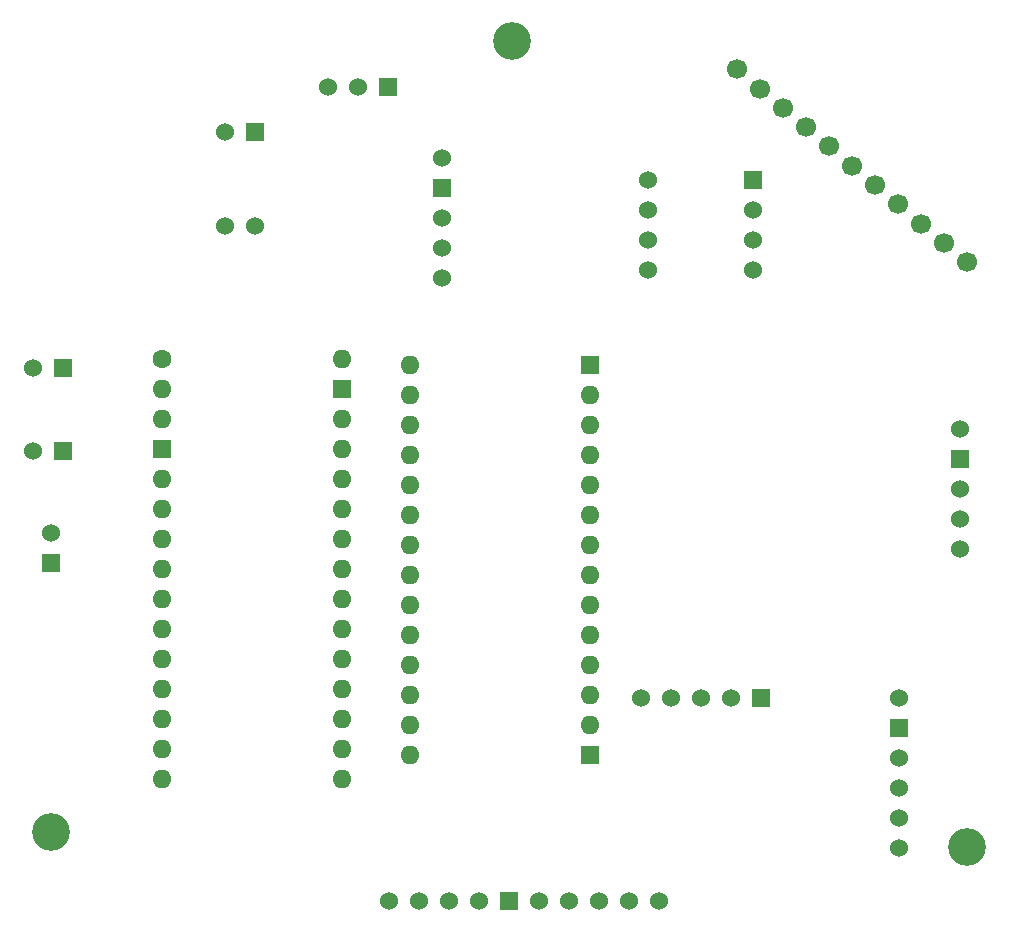
<source format=gbr>
%TF.GenerationSoftware,KiCad,Pcbnew,(6.0.5)*%
%TF.CreationDate,2022-07-12T02:11:44+09:00*%
%TF.ProjectId,sc11bbm,73633131-6262-46d2-9e6b-696361645f70,rev?*%
%TF.SameCoordinates,PXca2b5f1PY459e440*%
%TF.FileFunction,Soldermask,Bot*%
%TF.FilePolarity,Negative*%
%FSLAX46Y46*%
G04 Gerber Fmt 4.6, Leading zero omitted, Abs format (unit mm)*
G04 Created by KiCad (PCBNEW (6.0.5)) date 2022-07-12 02:11:44*
%MOMM*%
%LPD*%
G01*
G04 APERTURE LIST*
G04 Aperture macros list*
%AMHorizOval*
0 Thick line with rounded ends*
0 $1 width*
0 $2 $3 position (X,Y) of the first rounded end (center of the circle)*
0 $4 $5 position (X,Y) of the second rounded end (center of the circle)*
0 Add line between two ends*
20,1,$1,$2,$3,$4,$5,0*
0 Add two circle primitives to create the rounded ends*
1,1,$1,$2,$3*
1,1,$1,$4,$5*%
G04 Aperture macros list end*
%ADD10C,1.524000*%
%ADD11R,1.524000X1.524000*%
%ADD12C,1.700000*%
%ADD13HorizOval,1.700000X0.000000X0.000000X0.000000X0.000000X0*%
%ADD14C,3.200000*%
%ADD15C,1.600000*%
%ADD16O,1.600000X1.600000*%
%ADD17R,1.600000X1.600000*%
G04 APERTURE END LIST*
D10*
%TO.C,U9*%
X12439999Y-27840000D03*
X9899999Y-27840000D03*
X7359999Y-27840000D03*
X4819999Y-27840000D03*
X2279999Y-27840000D03*
D11*
X-260001Y-27840000D03*
D10*
X-2800001Y-27840000D03*
X-5340001Y-27840000D03*
X-7880001Y-27840000D03*
X-10420001Y-27840000D03*
%TD*%
D12*
%TO.C,REF\u002A\u002A*%
X19073235Y42555402D03*
D13*
X21018988Y40922721D03*
X22964741Y39290041D03*
X24910494Y37657360D03*
X26856247Y36024680D03*
X28801999Y34391999D03*
X30747752Y32759319D03*
X32693505Y31126638D03*
X34639258Y29493958D03*
X36585011Y27861277D03*
X38530764Y26228597D03*
%TD*%
D14*
%TO.C,M3*%
X47899Y44992400D03*
%TD*%
D10*
%TO.C,RV1*%
X-24260001Y29270000D03*
X-21720001Y29270000D03*
%TD*%
%TO.C,BT1*%
X-38990001Y3270000D03*
D11*
X-38990001Y730000D03*
%TD*%
D15*
%TO.C,A1*%
X-29600001Y18050000D03*
D16*
X-29600001Y15510000D03*
X-29600001Y12970000D03*
D17*
X-29600001Y10430000D03*
D16*
X-29600001Y7890000D03*
X-29600001Y5350000D03*
X-29600001Y2810000D03*
X-29600001Y270000D03*
X-29600001Y-2270000D03*
X-29600001Y-4810000D03*
X-29600001Y-7350000D03*
X-29600001Y-9890000D03*
X-29600001Y-12430000D03*
X-29600001Y-14970000D03*
X-29600001Y-17510000D03*
X-14360001Y-17510000D03*
X-14360001Y-14970000D03*
X-14360001Y-12430000D03*
X-14360001Y-9890000D03*
X-14360001Y-7350000D03*
X-14360001Y-4810000D03*
X-14360001Y-2270000D03*
X-14360001Y270000D03*
X-14360001Y2810000D03*
X-14360001Y5350000D03*
X-14360001Y7890000D03*
X-14360001Y10430000D03*
X-14360001Y12970000D03*
D17*
X-14360001Y15510000D03*
D16*
X-14360001Y18050000D03*
%TD*%
D10*
%TO.C,U2*%
X-40530001Y10270000D03*
D11*
X-37990001Y10270000D03*
%TD*%
D17*
%TO.C,U6*%
X6634999Y-15500000D03*
D16*
X6634999Y-12960000D03*
X6634999Y-10420000D03*
X6634999Y-7880000D03*
X6634999Y-5340000D03*
X6634999Y-2800000D03*
X6634999Y-260000D03*
X6634999Y2280000D03*
X6634999Y4820000D03*
X6634999Y7360000D03*
X6634999Y9900000D03*
X6634999Y12440000D03*
X6634999Y14980000D03*
D17*
X6634999Y17520000D03*
D16*
X-8605001Y17520000D03*
X-8605001Y14980000D03*
X-8605001Y12440000D03*
X-8605001Y9900000D03*
X-8605001Y7360000D03*
X-8605001Y4820000D03*
X-8605001Y2280000D03*
X-8605001Y-260000D03*
X-8605001Y-2800000D03*
X-8605001Y-5340000D03*
X-8605001Y-7880000D03*
X-8605001Y-10420000D03*
X-8605001Y-12960000D03*
X-8605001Y-15500000D03*
%TD*%
D10*
%TO.C,U1*%
X-40530001Y17270000D03*
D11*
X-37990001Y17270000D03*
%TD*%
D10*
%TO.C,U7*%
X37929999Y12080000D03*
D11*
X37929999Y9540000D03*
D10*
X37929999Y7000000D03*
X37929999Y4460000D03*
X37929999Y1920000D03*
%TD*%
%TO.C,U5*%
X32819999Y-10650000D03*
D11*
X32819999Y-13190000D03*
D10*
X32819999Y-15730000D03*
X32819999Y-18270000D03*
X32819999Y-20810000D03*
X32819999Y-23350000D03*
%TD*%
D14*
%TO.C,M1*%
X-38990001Y-22000000D03*
%TD*%
D11*
%TO.C,Q1*%
X-10450001Y41080000D03*
D10*
X-12990001Y41080000D03*
X-15530001Y41080000D03*
%TD*%
%TO.C,U8*%
X10929999Y-10650000D03*
X13469999Y-10650000D03*
X16009999Y-10650000D03*
X18549999Y-10650000D03*
D11*
X21089999Y-10650000D03*
%TD*%
D10*
%TO.C,U4*%
X-5880001Y35080000D03*
D11*
X-5880001Y32540000D03*
D10*
X-5880001Y30000000D03*
X-5880001Y27460000D03*
X-5880001Y24920000D03*
%TD*%
%TO.C,U3*%
X11564999Y33175000D03*
X11564999Y30635000D03*
X11564999Y28095000D03*
X11564999Y25555000D03*
X20454999Y25555000D03*
X20454999Y28095000D03*
X20454999Y30635000D03*
D11*
X20454999Y33175000D03*
%TD*%
D10*
%TO.C,BT2*%
X-24260001Y37270000D03*
D11*
X-21720001Y37270000D03*
%TD*%
D14*
%TO.C,M2*%
X38539399Y-23275300D03*
%TD*%
M02*

</source>
